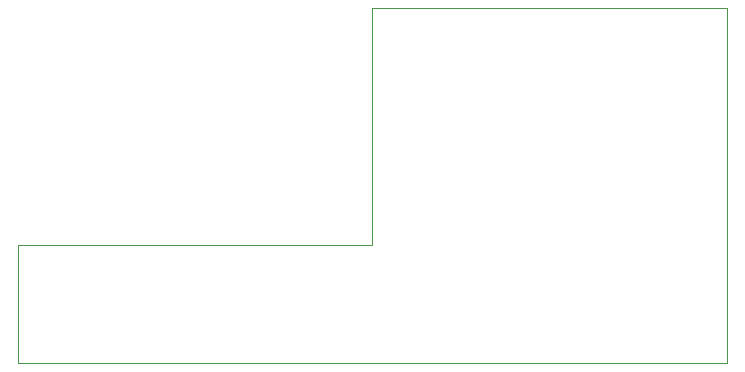
<source format=gm1>
G04 #@! TF.GenerationSoftware,KiCad,Pcbnew,7.0.2*
G04 #@! TF.CreationDate,2024-09-29T20:12:52-04:00*
G04 #@! TF.ProjectId,GPIO_circuit,4750494f-5f63-4697-9263-7569742e6b69,rev?*
G04 #@! TF.SameCoordinates,Original*
G04 #@! TF.FileFunction,Profile,NP*
%FSLAX46Y46*%
G04 Gerber Fmt 4.6, Leading zero omitted, Abs format (unit mm)*
G04 Created by KiCad (PCBNEW 7.0.2) date 2024-09-29 20:12:52*
%MOMM*%
%LPD*%
G01*
G04 APERTURE LIST*
G04 #@! TA.AperFunction,Profile*
%ADD10C,0.050000*%
G04 #@! TD*
G04 APERTURE END LIST*
D10*
X130000000Y-80000000D02*
X130000000Y-60000000D01*
X130000000Y-80000000D02*
X100000000Y-80000000D01*
X160000000Y-90000000D02*
X100000000Y-90000000D01*
X100000000Y-90000000D02*
X100000000Y-80000000D01*
X130000000Y-60000000D02*
X160000000Y-60000000D01*
X160000000Y-90000000D02*
X160000000Y-60000000D01*
M02*

</source>
